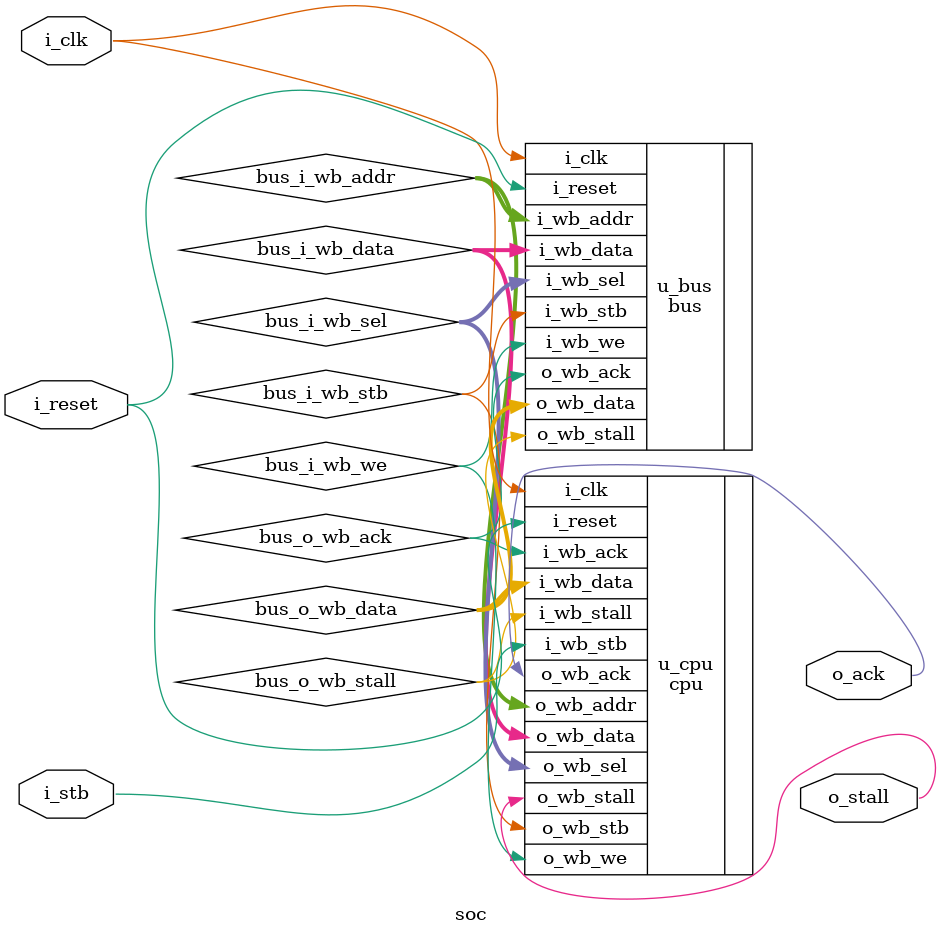
<source format=v>
`default_nettype none
module soc (
  input wire i_clk,
  input wire i_reset,
  input wire i_stb,
  output wire o_stall,
  output wire o_ack
);

  wire        bus_i_wb_stb;
  wire [31:0] bus_i_wb_data;
  wire [31:0] bus_i_wb_addr;
  wire        bus_i_wb_we;
  wire [31:0] bus_o_wb_data;
  wire        bus_o_wb_ack;
  wire [2:0]  bus_i_wb_sel;
  wire        bus_o_wb_stall;


  bus u_bus(
    .i_clk      (i_clk      ),
    .i_reset    (i_reset    ),
    .i_wb_stb   (bus_i_wb_stb   ),
    .i_wb_data  (bus_i_wb_data  ),
    .i_wb_addr  (bus_i_wb_addr  ),
    .i_wb_we    (bus_i_wb_we    ),
    .i_wb_sel   (bus_i_wb_sel   ),
    .o_wb_data  (bus_o_wb_data  ),
    .o_wb_ack   (bus_o_wb_ack   ),
    .o_wb_stall (bus_o_wb_stall )
  );
  

  cpu u_cpu (
      .i_clk     (i_clk),
      .i_reset   (i_reset),
      .i_wb_stb  (i_stb),
      .i_wb_ack  (bus_o_wb_ack),
      .i_wb_stall(bus_o_wb_stall),
      .i_wb_data (bus_o_wb_data),
      .o_wb_data (bus_i_wb_data),
      .o_wb_addr (bus_i_wb_addr),
      .o_wb_we   (bus_i_wb_we),
      .o_wb_stb  (bus_i_wb_stb),
      .o_wb_sel  (bus_i_wb_sel),
      .o_wb_ack  (o_ack),
      .o_wb_stall(o_stall)
  );
  
endmodule
</source>
